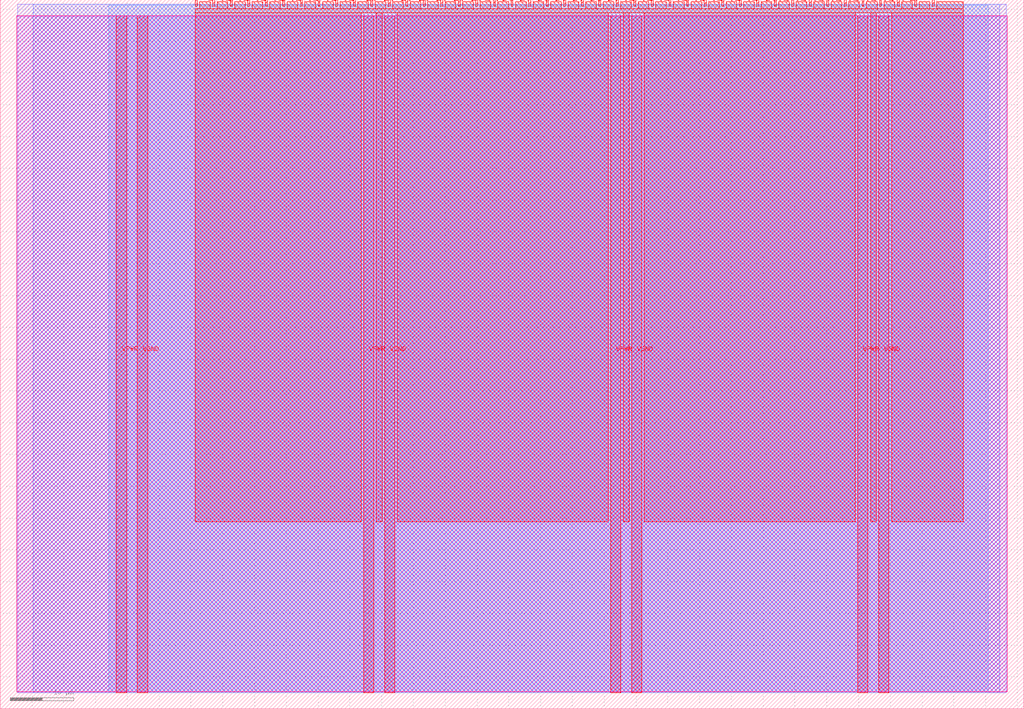
<source format=lef>
VERSION 5.7 ;
  NOWIREEXTENSIONATPIN ON ;
  DIVIDERCHAR "/" ;
  BUSBITCHARS "[]" ;
MACRO tt_um_MichaelBell_rle_vga
  CLASS BLOCK ;
  FOREIGN tt_um_MichaelBell_rle_vga ;
  ORIGIN 0.000 0.000 ;
  SIZE 161.000 BY 111.520 ;
  PIN VGND
    DIRECTION INOUT ;
    USE GROUND ;
    PORT
      LAYER met4 ;
        RECT 21.580 2.480 23.180 109.040 ;
    END
    PORT
      LAYER met4 ;
        RECT 60.450 2.480 62.050 109.040 ;
    END
    PORT
      LAYER met4 ;
        RECT 99.320 2.480 100.920 109.040 ;
    END
    PORT
      LAYER met4 ;
        RECT 138.190 2.480 139.790 109.040 ;
    END
  END VGND
  PIN VPWR
    DIRECTION INOUT ;
    USE POWER ;
    PORT
      LAYER met4 ;
        RECT 18.280 2.480 19.880 109.040 ;
    END
    PORT
      LAYER met4 ;
        RECT 57.150 2.480 58.750 109.040 ;
    END
    PORT
      LAYER met4 ;
        RECT 96.020 2.480 97.620 109.040 ;
    END
    PORT
      LAYER met4 ;
        RECT 134.890 2.480 136.490 109.040 ;
    END
  END VPWR
  PIN clk
    DIRECTION INPUT ;
    USE SIGNAL ;
    ANTENNAGATEAREA 0.852000 ;
    PORT
      LAYER met4 ;
        RECT 143.830 110.520 144.130 111.520 ;
    END
  END clk
  PIN ena
    DIRECTION INPUT ;
    USE SIGNAL ;
    PORT
      LAYER met4 ;
        RECT 146.590 110.520 146.890 111.520 ;
    END
  END ena
  PIN rst_n
    DIRECTION INPUT ;
    USE SIGNAL ;
    ANTENNAGATEAREA 0.196500 ;
    PORT
      LAYER met4 ;
        RECT 141.070 110.520 141.370 111.520 ;
    END
  END rst_n
  PIN ui_in[0]
    DIRECTION INPUT ;
    USE SIGNAL ;
    ANTENNAGATEAREA 0.126000 ;
    PORT
      LAYER met4 ;
        RECT 138.310 110.520 138.610 111.520 ;
    END
  END ui_in[0]
  PIN ui_in[1]
    DIRECTION INPUT ;
    USE SIGNAL ;
    ANTENNAGATEAREA 0.126000 ;
    PORT
      LAYER met4 ;
        RECT 135.550 110.520 135.850 111.520 ;
    END
  END ui_in[1]
  PIN ui_in[2]
    DIRECTION INPUT ;
    USE SIGNAL ;
    ANTENNAGATEAREA 0.126000 ;
    PORT
      LAYER met4 ;
        RECT 132.790 110.520 133.090 111.520 ;
    END
  END ui_in[2]
  PIN ui_in[3]
    DIRECTION INPUT ;
    USE SIGNAL ;
    ANTENNAGATEAREA 0.213000 ;
    PORT
      LAYER met4 ;
        RECT 130.030 110.520 130.330 111.520 ;
    END
  END ui_in[3]
  PIN ui_in[4]
    DIRECTION INPUT ;
    USE SIGNAL ;
    PORT
      LAYER met4 ;
        RECT 127.270 110.520 127.570 111.520 ;
    END
  END ui_in[4]
  PIN ui_in[5]
    DIRECTION INPUT ;
    USE SIGNAL ;
    PORT
      LAYER met4 ;
        RECT 124.510 110.520 124.810 111.520 ;
    END
  END ui_in[5]
  PIN ui_in[6]
    DIRECTION INPUT ;
    USE SIGNAL ;
    PORT
      LAYER met4 ;
        RECT 121.750 110.520 122.050 111.520 ;
    END
  END ui_in[6]
  PIN ui_in[7]
    DIRECTION INPUT ;
    USE SIGNAL ;
    PORT
      LAYER met4 ;
        RECT 118.990 110.520 119.290 111.520 ;
    END
  END ui_in[7]
  PIN uio_in[0]
    DIRECTION INPUT ;
    USE SIGNAL ;
    PORT
      LAYER met4 ;
        RECT 116.230 110.520 116.530 111.520 ;
    END
  END uio_in[0]
  PIN uio_in[1]
    DIRECTION INPUT ;
    USE SIGNAL ;
    ANTENNAGATEAREA 0.196500 ;
    PORT
      LAYER met4 ;
        RECT 113.470 110.520 113.770 111.520 ;
    END
  END uio_in[1]
  PIN uio_in[2]
    DIRECTION INPUT ;
    USE SIGNAL ;
    ANTENNAGATEAREA 0.196500 ;
    PORT
      LAYER met4 ;
        RECT 110.710 110.520 111.010 111.520 ;
    END
  END uio_in[2]
  PIN uio_in[3]
    DIRECTION INPUT ;
    USE SIGNAL ;
    ANTENNAGATEAREA 0.196500 ;
    PORT
      LAYER met4 ;
        RECT 107.950 110.520 108.250 111.520 ;
    END
  END uio_in[3]
  PIN uio_in[4]
    DIRECTION INPUT ;
    USE SIGNAL ;
    ANTENNAGATEAREA 0.196500 ;
    PORT
      LAYER met4 ;
        RECT 105.190 110.520 105.490 111.520 ;
    END
  END uio_in[4]
  PIN uio_in[5]
    DIRECTION INPUT ;
    USE SIGNAL ;
    ANTENNAGATEAREA 0.196500 ;
    PORT
      LAYER met4 ;
        RECT 102.430 110.520 102.730 111.520 ;
    END
  END uio_in[5]
  PIN uio_in[6]
    DIRECTION INPUT ;
    USE SIGNAL ;
    PORT
      LAYER met4 ;
        RECT 99.670 110.520 99.970 111.520 ;
    END
  END uio_in[6]
  PIN uio_in[7]
    DIRECTION INPUT ;
    USE SIGNAL ;
    PORT
      LAYER met4 ;
        RECT 96.910 110.520 97.210 111.520 ;
    END
  END uio_in[7]
  PIN uio_oe[0]
    DIRECTION OUTPUT ;
    USE SIGNAL ;
    ANTENNADIFFAREA 0.445500 ;
    PORT
      LAYER met4 ;
        RECT 49.990 110.520 50.290 111.520 ;
    END
  END uio_oe[0]
  PIN uio_oe[1]
    DIRECTION OUTPUT ;
    USE SIGNAL ;
    ANTENNADIFFAREA 0.453750 ;
    PORT
      LAYER met4 ;
        RECT 47.230 110.520 47.530 111.520 ;
    END
  END uio_oe[1]
  PIN uio_oe[2]
    DIRECTION OUTPUT ;
    USE SIGNAL ;
    ANTENNADIFFAREA 0.924000 ;
    PORT
      LAYER met4 ;
        RECT 44.470 110.520 44.770 111.520 ;
    END
  END uio_oe[2]
  PIN uio_oe[3]
    DIRECTION OUTPUT ;
    USE SIGNAL ;
    ANTENNADIFFAREA 1.242000 ;
    PORT
      LAYER met4 ;
        RECT 41.710 110.520 42.010 111.520 ;
    END
  END uio_oe[3]
  PIN uio_oe[4]
    DIRECTION OUTPUT ;
    USE SIGNAL ;
    PORT
      LAYER met4 ;
        RECT 38.950 110.520 39.250 111.520 ;
    END
  END uio_oe[4]
  PIN uio_oe[5]
    DIRECTION OUTPUT ;
    USE SIGNAL ;
    PORT
      LAYER met4 ;
        RECT 36.190 110.520 36.490 111.520 ;
    END
  END uio_oe[5]
  PIN uio_oe[6]
    DIRECTION OUTPUT ;
    USE SIGNAL ;
    ANTENNADIFFAREA 0.445500 ;
    PORT
      LAYER met4 ;
        RECT 33.430 110.520 33.730 111.520 ;
    END
  END uio_oe[6]
  PIN uio_oe[7]
    DIRECTION OUTPUT ;
    USE SIGNAL ;
    ANTENNADIFFAREA 0.445500 ;
    PORT
      LAYER met4 ;
        RECT 30.670 110.520 30.970 111.520 ;
    END
  END uio_oe[7]
  PIN uio_out[0]
    DIRECTION OUTPUT ;
    USE SIGNAL ;
    ANTENNADIFFAREA 0.445500 ;
    PORT
      LAYER met4 ;
        RECT 72.070 110.520 72.370 111.520 ;
    END
  END uio_out[0]
  PIN uio_out[1]
    DIRECTION OUTPUT ;
    USE SIGNAL ;
    ANTENNADIFFAREA 0.429000 ;
    PORT
      LAYER met4 ;
        RECT 69.310 110.520 69.610 111.520 ;
    END
  END uio_out[1]
  PIN uio_out[2]
    DIRECTION OUTPUT ;
    USE SIGNAL ;
    ANTENNADIFFAREA 0.643500 ;
    PORT
      LAYER met4 ;
        RECT 66.550 110.520 66.850 111.520 ;
    END
  END uio_out[2]
  PIN uio_out[3]
    DIRECTION OUTPUT ;
    USE SIGNAL ;
    ANTENNADIFFAREA 0.445500 ;
    PORT
      LAYER met4 ;
        RECT 63.790 110.520 64.090 111.520 ;
    END
  END uio_out[3]
  PIN uio_out[4]
    DIRECTION OUTPUT ;
    USE SIGNAL ;
    PORT
      LAYER met4 ;
        RECT 61.030 110.520 61.330 111.520 ;
    END
  END uio_out[4]
  PIN uio_out[5]
    DIRECTION OUTPUT ;
    USE SIGNAL ;
    PORT
      LAYER met4 ;
        RECT 58.270 110.520 58.570 111.520 ;
    END
  END uio_out[5]
  PIN uio_out[6]
    DIRECTION OUTPUT ;
    USE SIGNAL ;
    PORT
      LAYER met4 ;
        RECT 55.510 110.520 55.810 111.520 ;
    END
  END uio_out[6]
  PIN uio_out[7]
    DIRECTION OUTPUT ;
    USE SIGNAL ;
    ANTENNADIFFAREA 0.445500 ;
    PORT
      LAYER met4 ;
        RECT 52.750 110.520 53.050 111.520 ;
    END
  END uio_out[7]
  PIN uo_out[0]
    DIRECTION OUTPUT ;
    USE SIGNAL ;
    ANTENNADIFFAREA 0.643500 ;
    PORT
      LAYER met4 ;
        RECT 94.150 110.520 94.450 111.520 ;
    END
  END uo_out[0]
  PIN uo_out[1]
    DIRECTION OUTPUT ;
    USE SIGNAL ;
    ANTENNADIFFAREA 0.643500 ;
    PORT
      LAYER met4 ;
        RECT 91.390 110.520 91.690 111.520 ;
    END
  END uo_out[1]
  PIN uo_out[2]
    DIRECTION OUTPUT ;
    USE SIGNAL ;
    ANTENNADIFFAREA 0.643500 ;
    PORT
      LAYER met4 ;
        RECT 88.630 110.520 88.930 111.520 ;
    END
  END uo_out[2]
  PIN uo_out[3]
    DIRECTION OUTPUT ;
    USE SIGNAL ;
    ANTENNADIFFAREA 0.795200 ;
    PORT
      LAYER met4 ;
        RECT 85.870 110.520 86.170 111.520 ;
    END
  END uo_out[3]
  PIN uo_out[4]
    DIRECTION OUTPUT ;
    USE SIGNAL ;
    ANTENNADIFFAREA 0.643500 ;
    PORT
      LAYER met4 ;
        RECT 83.110 110.520 83.410 111.520 ;
    END
  END uo_out[4]
  PIN uo_out[5]
    DIRECTION OUTPUT ;
    USE SIGNAL ;
    ANTENNADIFFAREA 0.643500 ;
    PORT
      LAYER met4 ;
        RECT 80.350 110.520 80.650 111.520 ;
    END
  END uo_out[5]
  PIN uo_out[6]
    DIRECTION OUTPUT ;
    USE SIGNAL ;
    ANTENNADIFFAREA 0.643500 ;
    PORT
      LAYER met4 ;
        RECT 77.590 110.520 77.890 111.520 ;
    END
  END uo_out[6]
  PIN uo_out[7]
    DIRECTION OUTPUT ;
    USE SIGNAL ;
    ANTENNADIFFAREA 0.795200 ;
    PORT
      LAYER met4 ;
        RECT 74.830 110.520 75.130 111.520 ;
    END
  END uo_out[7]
  OBS
      LAYER nwell ;
        RECT 2.570 2.635 158.430 108.990 ;
      LAYER li1 ;
        RECT 2.760 2.635 158.240 108.885 ;
      LAYER met1 ;
        RECT 2.760 2.480 158.240 110.800 ;
      LAYER met2 ;
        RECT 5.160 2.535 157.220 110.830 ;
      LAYER met3 ;
        RECT 17.085 2.555 155.415 110.665 ;
      LAYER met4 ;
        RECT 31.370 110.120 33.030 111.170 ;
        RECT 34.130 110.120 35.790 111.170 ;
        RECT 36.890 110.120 38.550 111.170 ;
        RECT 39.650 110.120 41.310 111.170 ;
        RECT 42.410 110.120 44.070 111.170 ;
        RECT 45.170 110.120 46.830 111.170 ;
        RECT 47.930 110.120 49.590 111.170 ;
        RECT 50.690 110.120 52.350 111.170 ;
        RECT 53.450 110.120 55.110 111.170 ;
        RECT 56.210 110.120 57.870 111.170 ;
        RECT 58.970 110.120 60.630 111.170 ;
        RECT 61.730 110.120 63.390 111.170 ;
        RECT 64.490 110.120 66.150 111.170 ;
        RECT 67.250 110.120 68.910 111.170 ;
        RECT 70.010 110.120 71.670 111.170 ;
        RECT 72.770 110.120 74.430 111.170 ;
        RECT 75.530 110.120 77.190 111.170 ;
        RECT 78.290 110.120 79.950 111.170 ;
        RECT 81.050 110.120 82.710 111.170 ;
        RECT 83.810 110.120 85.470 111.170 ;
        RECT 86.570 110.120 88.230 111.170 ;
        RECT 89.330 110.120 90.990 111.170 ;
        RECT 92.090 110.120 93.750 111.170 ;
        RECT 94.850 110.120 96.510 111.170 ;
        RECT 97.610 110.120 99.270 111.170 ;
        RECT 100.370 110.120 102.030 111.170 ;
        RECT 103.130 110.120 104.790 111.170 ;
        RECT 105.890 110.120 107.550 111.170 ;
        RECT 108.650 110.120 110.310 111.170 ;
        RECT 111.410 110.120 113.070 111.170 ;
        RECT 114.170 110.120 115.830 111.170 ;
        RECT 116.930 110.120 118.590 111.170 ;
        RECT 119.690 110.120 121.350 111.170 ;
        RECT 122.450 110.120 124.110 111.170 ;
        RECT 125.210 110.120 126.870 111.170 ;
        RECT 127.970 110.120 129.630 111.170 ;
        RECT 130.730 110.120 132.390 111.170 ;
        RECT 133.490 110.120 135.150 111.170 ;
        RECT 136.250 110.120 137.910 111.170 ;
        RECT 139.010 110.120 140.670 111.170 ;
        RECT 141.770 110.120 143.430 111.170 ;
        RECT 144.530 110.120 146.190 111.170 ;
        RECT 147.290 110.120 151.505 111.170 ;
        RECT 30.655 109.440 151.505 110.120 ;
        RECT 30.655 29.415 56.750 109.440 ;
        RECT 59.150 29.415 60.050 109.440 ;
        RECT 62.450 29.415 95.620 109.440 ;
        RECT 98.020 29.415 98.920 109.440 ;
        RECT 101.320 29.415 134.490 109.440 ;
        RECT 136.890 29.415 137.790 109.440 ;
        RECT 140.190 29.415 151.505 109.440 ;
  END
END tt_um_MichaelBell_rle_vga
END LIBRARY


</source>
